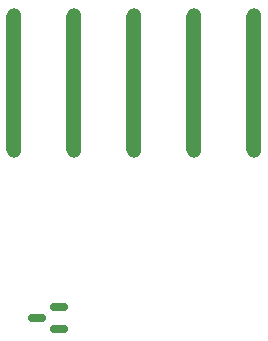
<source format=gbr>
%TF.GenerationSoftware,KiCad,Pcbnew,8.0.1*%
%TF.CreationDate,2024-05-01T10:03:54+09:00*%
%TF.ProjectId,LaserControlConnector,4c617365-7243-46f6-9e74-726f6c436f6e,rev?*%
%TF.SameCoordinates,Original*%
%TF.FileFunction,Paste,Top*%
%TF.FilePolarity,Positive*%
%FSLAX46Y46*%
G04 Gerber Fmt 4.6, Leading zero omitted, Abs format (unit mm)*
G04 Created by KiCad (PCBNEW 8.0.1) date 2024-05-01 10:03:54*
%MOMM*%
%LPD*%
G01*
G04 APERTURE LIST*
G04 Aperture macros list*
%AMRoundRect*
0 Rectangle with rounded corners*
0 $1 Rounding radius*
0 $2 $3 $4 $5 $6 $7 $8 $9 X,Y pos of 4 corners*
0 Add a 4 corners polygon primitive as box body*
4,1,4,$2,$3,$4,$5,$6,$7,$8,$9,$2,$3,0*
0 Add four circle primitives for the rounded corners*
1,1,$1+$1,$2,$3*
1,1,$1+$1,$4,$5*
1,1,$1+$1,$6,$7*
1,1,$1+$1,$8,$9*
0 Add four rect primitives between the rounded corners*
20,1,$1+$1,$2,$3,$4,$5,0*
20,1,$1+$1,$4,$5,$6,$7,0*
20,1,$1+$1,$6,$7,$8,$9,0*
20,1,$1+$1,$8,$9,$2,$3,0*%
G04 Aperture macros list end*
%ADD10RoundRect,0.635000X-0.000010X-5.715000X0.000010X-5.715000X0.000010X5.715000X-0.000010X5.715000X0*%
%ADD11RoundRect,0.150000X0.587500X0.150000X-0.587500X0.150000X-0.587500X-0.150000X0.587500X-0.150000X0*%
G04 APERTURE END LIST*
D10*
%TO.C,JP2-L1*%
X137160000Y-76200000D03*
%TD*%
D11*
%TO.C,Q2*%
X135890000Y-97028000D03*
X135890000Y-95128000D03*
X134015000Y-96078000D03*
%TD*%
D10*
%TO.C,JP2-G2*%
X142240000Y-76200000D03*
%TD*%
%TO.C,JP2-P1*%
X132080000Y-76200000D03*
%TD*%
%TO.C,JP2-IN1*%
X147320000Y-76200000D03*
%TD*%
%TO.C,JP2-5V1*%
X152400000Y-76200000D03*
%TD*%
M02*

</source>
